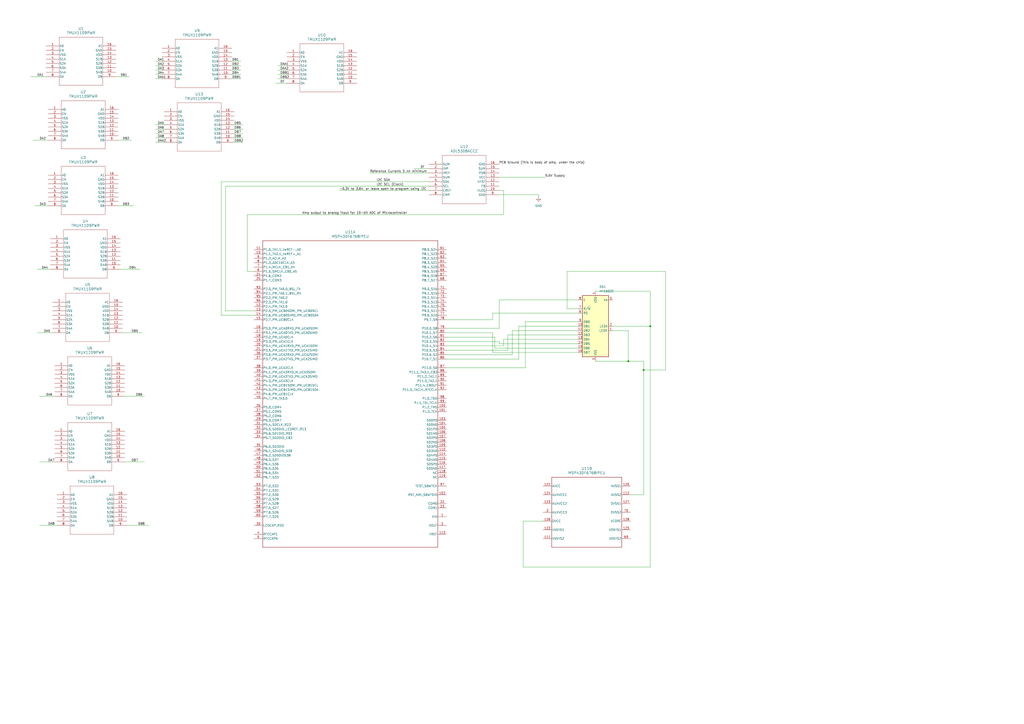
<source format=kicad_sch>
(kicad_sch (version 20230121) (generator eeschema)
  (paper "A2")
  (lib_symbols
    (symbol "2024-01-29_18-17-03:MSP430F6768IPEU" (pin_names (offset 0.254))
      (property "Reference" "U" (at 0 2.54 0))
      (property "Value" "MSP430F6768IPEU" (at 0 0 0))
      (symbol "MSP430F6768IPEU_1_1"
        (polyline (pts (xy -50.8 -88.9) (xy 50.8 -88.9)) (stroke (width 0.2032)))
        (polyline (pts (xy -50.8 88.9) (xy -50.8 -88.9)) (stroke (width 0.2032)))
        (polyline (pts (xy 50.8 -88.9) (xy 50.8 88.9)) (stroke (width 0.2032)))
        (polyline (pts (xy 50.8 88.9) (xy -50.8 88.9)) (stroke (width 0.2032)))
        (pin unspecified line (at 55.88 -71.12 180) (length 5.08) (name "XIN") (number "1"))
        (pin bidirectional line (at -55.88 81.28 0) (length 5.08) (name "P1.1_TA2.1_VeREF+_A1") (number "10"))
        (pin bidirectional line (at 55.88 -7.62 180) (length 5.08) (name "PJ.2_TMS") (number "100"))
        (pin bidirectional line (at 55.88 -10.16 180) (length 5.08) (name "PJ.3_TCK") (number "101"))
        (pin bidirectional line (at 55.88 -58.42 180) (length 5.08) (name "RST_NMI_SBWTDIO") (number "102"))
        (pin input line (at 55.88 -15.24 180) (length 5.08) (name "SD0P0") (number "103"))
        (pin input line (at 55.88 -17.78 180) (length 5.08) (name "SD0N0") (number "104"))
        (pin input line (at 55.88 -20.32 180) (length 5.08) (name "SD1P0") (number "105"))
        (pin input line (at 55.88 -22.86 180) (length 5.08) (name "SD1N0") (number "106"))
        (pin input line (at 55.88 -25.4 180) (length 5.08) (name "SD2P0") (number "107"))
        (pin input line (at 55.88 -27.94 180) (length 5.08) (name "SD2N0") (number "108"))
        (pin input line (at 55.88 -30.48 180) (length 5.08) (name "SD3P0") (number "109"))
        (pin bidirectional line (at -55.88 83.82 0) (length 5.08) (name "P1.0_TA1.1_VeREF-_A0") (number "11"))
        (pin input line (at 55.88 -33.02 180) (length 5.08) (name "SD3N0") (number "110"))
        (pin input line (at 55.88 -81.28 180) (length 5.08) (name "VREF") (number "113"))
        (pin input line (at 55.88 -35.56 180) (length 5.08) (name "SD4P0") (number "114"))
        (pin input line (at 55.88 -38.1 180) (length 5.08) (name "SD4N0") (number "115"))
        (pin input line (at 55.88 -40.64 180) (length 5.08) (name "SD5P0") (number "116"))
        (pin input line (at 55.88 -43.18 180) (length 5.08) (name "SD5N0") (number "117"))
        (pin unspecified line (at 55.88 -45.72 180) (length 5.08) (name "NC") (number "118"))
        (pin unspecified line (at 55.88 -48.26 180) (length 5.08) (name "NC") (number "119"))
        (pin bidirectional line (at -55.88 50.8 0) (length 5.08) (name "P2.4_PM_TA2.0") (number "12"))
        (pin bidirectional line (at -55.88 48.26 0) (length 5.08) (name "P2.5_PM_UCB0SOMI_PM_UCB0SCL") (number "13"))
        (pin bidirectional line (at -55.88 45.72 0) (length 5.08) (name "P2.6_PM_UCB0SIMO_PM_UCB0SDA") (number "14"))
        (pin bidirectional line (at -55.88 43.18 0) (length 5.08) (name "P2.7_PM_UCB0CLK") (number "15"))
        (pin bidirectional line (at -55.88 38.1 0) (length 5.08) (name "P3.0_PM_UCA0RXD_PM_UCA0SOMI") (number "16"))
        (pin bidirectional line (at -55.88 35.56 0) (length 5.08) (name "P3.1_PM_UCA0TXD_PM_UCA0SIMO") (number "17"))
        (pin bidirectional line (at -55.88 33.02 0) (length 5.08) (name "P3.2_PM_UCA0CLK") (number "18"))
        (pin bidirectional line (at -55.88 30.48 0) (length 5.08) (name "P3.3_PM_UCA1CLK") (number "19"))
        (pin unspecified line (at 55.88 -76.2 180) (length 5.08) (name "XOUT") (number "2"))
        (pin bidirectional line (at -55.88 27.94 0) (length 5.08) (name "P3.4_PM_UCA1RXD_PM_UCA1SOMI") (number "20"))
        (pin bidirectional line (at -55.88 25.4 0) (length 5.08) (name "P3.5_PM_UCA1TXD_PM_UCA1SIMO") (number "21"))
        (pin output line (at 55.88 -63.5 180) (length 5.08) (name "COM0") (number "22"))
        (pin output line (at 55.88 -66.04 180) (length 5.08) (name "COM1") (number "23"))
        (pin bidirectional line (at -55.88 68.58 0) (length 5.08) (name "P1.6_COM2") (number "24"))
        (pin bidirectional line (at -55.88 66.04 0) (length 5.08) (name "P1.7_COM3") (number "25"))
        (pin bidirectional line (at -55.88 -7.62 0) (length 5.08) (name "P5.0_COM4") (number "26"))
        (pin bidirectional line (at -55.88 -10.16 0) (length 5.08) (name "P5.1_COM5") (number "27"))
        (pin bidirectional line (at -55.88 -12.7 0) (length 5.08) (name "P5.2_COM6") (number "28"))
        (pin bidirectional line (at -55.88 -15.24 0) (length 5.08) (name "P5.3_COM7") (number "29"))
        (pin bidirectional line (at -55.88 -76.2 0) (length 5.08) (name "LCDCAP_R33") (number "30"))
        (pin bidirectional line (at -55.88 -17.78 0) (length 5.08) (name "P5.4_SDCLK_R23") (number "31"))
        (pin bidirectional line (at -55.88 -20.32 0) (length 5.08) (name "P5.5_SD0DIO_LCDREF_R13") (number "32"))
        (pin bidirectional line (at -55.88 -22.86 0) (length 5.08) (name "P5.6_SD1DIO_R03") (number "33"))
        (pin bidirectional line (at -55.88 -25.4 0) (length 5.08) (name "P5.7_SD2DIO_CB2") (number "34"))
        (pin bidirectional line (at -55.88 -30.48 0) (length 5.08) (name "P6.0_SD3DIO") (number "35"))
        (pin bidirectional line (at -55.88 22.86 0) (length 5.08) (name "P3.6_PM_UCA2RXD_PM_UCA2SOMI") (number "36"))
        (pin bidirectional line (at -55.88 20.32 0) (length 5.08) (name "P3.7_PM_UCA2TXD_PM_UCA2SIMO") (number "37"))
        (pin bidirectional line (at -55.88 15.24 0) (length 5.08) (name "P4.0_PM_UCA2CLK") (number "38"))
        (pin bidirectional line (at -55.88 12.7 0) (length 5.08) (name "P4.1_PM_UCA3RXD_M_UCA3SOMI") (number "39"))
        (pin input line (at -55.88 -81.28 0) (length 5.08) (name "RTCCAP1") (number "4"))
        (pin bidirectional line (at -55.88 10.16 0) (length 5.08) (name "P4.2_PM_UCA3TXD_PM_UCA3SIMO") (number "40"))
        (pin bidirectional line (at -55.88 7.62 0) (length 5.08) (name "P4.3_PM_UCA3CLK") (number "41"))
        (pin bidirectional line (at -55.88 5.08 0) (length 5.08) (name "P4.4_PM_UCB1SOMI_PM_UCB1SCL") (number "42"))
        (pin bidirectional line (at -55.88 2.54 0) (length 5.08) (name "P4.5_PM_UCB1SIMO_PM_UCB1SDA") (number "43"))
        (pin bidirectional line (at -55.88 0 0) (length 5.08) (name "P4.6_PM_UCB1CLK") (number "44"))
        (pin bidirectional line (at -55.88 -2.54 0) (length 5.08) (name "P4.7_PM_TA3.0") (number "45"))
        (pin bidirectional line (at -55.88 -33.02 0) (length 5.08) (name "P6.1_SD4DIO_S39") (number "46"))
        (pin bidirectional line (at -55.88 -35.56 0) (length 5.08) (name "P6.2_SD5DIOS38") (number "47"))
        (pin bidirectional line (at -55.88 -38.1 0) (length 5.08) (name "P6.3_S37") (number "48"))
        (pin bidirectional line (at -55.88 -40.64 0) (length 5.08) (name "P6.4_S36") (number "49"))
        (pin input line (at -55.88 -83.82 0) (length 5.08) (name "RTCCAP0") (number "5"))
        (pin bidirectional line (at -55.88 -43.18 0) (length 5.08) (name "P6.5_S35") (number "50"))
        (pin bidirectional line (at -55.88 -45.72 0) (length 5.08) (name "P6.6_S34") (number "51"))
        (pin bidirectional line (at -55.88 -48.26 0) (length 5.08) (name "P6.7_S33") (number "52"))
        (pin bidirectional line (at -55.88 -53.34 0) (length 5.08) (name "P7.0_S32") (number "53"))
        (pin bidirectional line (at -55.88 -55.88 0) (length 5.08) (name "P7.1_S31") (number "54"))
        (pin bidirectional line (at -55.88 -58.42 0) (length 5.08) (name "P7.2_S30") (number "55"))
        (pin bidirectional line (at -55.88 -60.96 0) (length 5.08) (name "P7.3_S29") (number "56"))
        (pin bidirectional line (at -55.88 -63.5 0) (length 5.08) (name "P7.4_S28") (number "57"))
        (pin bidirectional line (at -55.88 -66.04 0) (length 5.08) (name "P7.5_S27") (number "58"))
        (pin bidirectional line (at -55.88 -68.58 0) (length 5.08) (name "P7.6_S26") (number "59"))
        (pin bidirectional line (at -55.88 71.12 0) (length 5.08) (name "P1.5_SMCLK_CB0_A5") (number "6"))
        (pin bidirectional line (at -55.88 -71.12 0) (length 5.08) (name "P7.7_S25") (number "60"))
        (pin bidirectional line (at 55.88 83.82 180) (length 5.08) (name "P8.0_S24") (number "61"))
        (pin bidirectional line (at 55.88 81.28 180) (length 5.08) (name "P8.1_S23") (number "62"))
        (pin bidirectional line (at 55.88 78.74 180) (length 5.08) (name "P8.2_S22") (number "63"))
        (pin bidirectional line (at 55.88 76.2 180) (length 5.08) (name "P8.3_S21") (number "64"))
        (pin bidirectional line (at 55.88 73.66 180) (length 5.08) (name "P8.4_S20") (number "65"))
        (pin bidirectional line (at 55.88 71.12 180) (length 5.08) (name "P8.5_S19") (number "66"))
        (pin bidirectional line (at 55.88 68.58 180) (length 5.08) (name "P8.6_S18") (number "67"))
        (pin bidirectional line (at 55.88 66.04 180) (length 5.08) (name "P8.7_S17") (number "68"))
        (pin bidirectional line (at -55.88 73.66 0) (length 5.08) (name "P1.4_MCLK_CB1_A4") (number "7"))
        (pin bidirectional line (at 55.88 60.96 180) (length 5.08) (name "P9.0_S16") (number "71"))
        (pin bidirectional line (at 55.88 58.42 180) (length 5.08) (name "P9.1_S15") (number "72"))
        (pin bidirectional line (at 55.88 55.88 180) (length 5.08) (name "P9.2_S14") (number "73"))
        (pin bidirectional line (at 55.88 53.34 180) (length 5.08) (name "P9.3_S13") (number "74"))
        (pin bidirectional line (at 55.88 50.8 180) (length 5.08) (name "P9.4_S12") (number "75"))
        (pin bidirectional line (at 55.88 48.26 180) (length 5.08) (name "P9.5_S11") (number "76"))
        (pin bidirectional line (at 55.88 45.72 180) (length 5.08) (name "P9.6_S10") (number "77"))
        (pin bidirectional line (at 55.88 43.18 180) (length 5.08) (name "P9.7_S9") (number "78"))
        (pin bidirectional line (at 55.88 38.1 180) (length 5.08) (name "P10.0_S8") (number "79"))
        (pin bidirectional line (at -55.88 76.2 0) (length 5.08) (name "P1.3_ADC10CLK_A3") (number "8"))
        (pin bidirectional line (at 55.88 35.56 180) (length 5.08) (name "P10.1_S7") (number "80"))
        (pin bidirectional line (at 55.88 33.02 180) (length 5.08) (name "P10.2_S6") (number "81"))
        (pin bidirectional line (at 55.88 30.48 180) (length 5.08) (name "P10.3_S5") (number "82"))
        (pin bidirectional line (at 55.88 27.94 180) (length 5.08) (name "P10.4_S4") (number "83"))
        (pin bidirectional line (at 55.88 25.4 180) (length 5.08) (name "P10.5_S3") (number "84"))
        (pin bidirectional line (at 55.88 22.86 180) (length 5.08) (name "P10.6_S2") (number "85"))
        (pin bidirectional line (at 55.88 20.32 180) (length 5.08) (name "P10.7_S1") (number "86"))
        (pin bidirectional line (at 55.88 15.24 180) (length 5.08) (name "P11.0_S0") (number "87"))
        (pin bidirectional line (at 55.88 12.7 180) (length 5.08) (name "P11.1_TA3.1_CB3") (number "88"))
        (pin bidirectional line (at 55.88 10.16 180) (length 5.08) (name "P11.2_TA1.1") (number "89"))
        (pin bidirectional line (at -55.88 78.74 0) (length 5.08) (name "P1.2_ACLK_A2") (number "9"))
        (pin bidirectional line (at 55.88 7.62 180) (length 5.08) (name "P11.3_TA2.1") (number "90"))
        (pin bidirectional line (at 55.88 5.08 180) (length 5.08) (name "P11.4_CBOUT") (number "91"))
        (pin bidirectional line (at 55.88 2.54 180) (length 5.08) (name "P11.5_TACLK_RTCCLK") (number "92"))
        (pin bidirectional line (at -55.88 60.96 0) (length 5.08) (name "P2.0_PM_TA0.0_BSL_TX") (number "93"))
        (pin bidirectional line (at -55.88 58.42 0) (length 5.08) (name "P2.1_PM_TA0.1_BSL_RX") (number "94"))
        (pin bidirectional line (at -55.88 55.88 0) (length 5.08) (name "P2.2_PM_TA0.2") (number "95"))
        (pin bidirectional line (at -55.88 53.34 0) (length 5.08) (name "P2.3_PM_TA1.0") (number "96"))
        (pin input line (at 55.88 -53.34 180) (length 5.08) (name "TEST_SBWTCK") (number "97"))
        (pin bidirectional line (at 55.88 -2.54 180) (length 5.08) (name "PJ.0_TDO") (number "98"))
        (pin bidirectional line (at 55.88 -5.08 180) (length 5.08) (name "PJ.1_TDI_TCLK") (number "99"))
      )
      (symbol "MSP430F6768IPEU_2_1"
        (polyline (pts (xy -20.32 -20.32) (xy 20.32 -20.32)) (stroke (width 0.2032)))
        (polyline (pts (xy -20.32 20.32) (xy -20.32 -20.32)) (stroke (width 0.2032)))
        (polyline (pts (xy 20.32 -20.32) (xy 20.32 20.32)) (stroke (width 0.2032)))
        (polyline (pts (xy 20.32 20.32) (xy -20.32 20.32)) (stroke (width 0.2032)))
        (pin power_in line (at -25.4 -15.24 0) (length 5.08) (name "VASYS2") (number "111"))
        (pin power_in line (at 25.4 10.16 180) (length 5.08) (name "AVSS2") (number "112"))
        (pin power_in line (at 25.4 15.24 180) (length 5.08) (name "AVSS1") (number "120"))
        (pin power_in line (at -25.4 15.24 0) (length 5.08) (name "AVCC") (number "121"))
        (pin power_in line (at -25.4 -10.16 0) (length 5.08) (name "VASYS1") (number "122"))
        (pin power_in line (at -25.4 5.08 0) (length 5.08) (name "AUXVCC2") (number "123"))
        (pin power_in line (at -25.4 10.16 0) (length 5.08) (name "AUXVCC1") (number "124"))
        (pin power_in line (at 25.4 -10.16 180) (length 5.08) (name "VDSYS1") (number "125"))
        (pin power_in line (at -25.4 -5.08 0) (length 5.08) (name "DVCC") (number "126"))
        (pin power_in line (at 25.4 5.08 180) (length 5.08) (name "DVSS1") (number "127"))
        (pin power_in line (at 25.4 -5.08 180) (length 5.08) (name "VCORE") (number "128"))
        (pin power_in line (at -25.4 0 0) (length 5.08) (name "AUXVCC3") (number "3"))
        (pin power_in line (at 25.4 -15.24 180) (length 5.08) (name "VDSYS2") (number "69"))
        (pin power_in line (at 25.4 0 180) (length 5.08) (name "DVSS2") (number "70"))
      )
    )
    (symbol "ADL_new:ADL5308ACCZ" (pin_names (offset 0.254))
      (property "Reference" "U" (at 20.32 10.16 0))
      (property "Value" "ADL5308ACCZ" (at 20.32 7.62 0))
      (symbol "ADL5308ACCZ_0_1"
        (polyline (pts (xy 7.62 -22.86) (xy 33.02 -22.86)) (stroke (width 0.127)))
        (polyline (pts (xy 7.62 5.08) (xy 7.62 -22.86)) (stroke (width 0.127)))
        (polyline (pts (xy 33.02 -22.86) (xy 33.02 5.08)) (stroke (width 0.127)))
        (polyline (pts (xy 33.02 5.08) (xy 7.62 5.08)) (stroke (width 0.127)))
        (pin unspecified line (at 0 0 0) (length 7.62) (name "SUM") (number "1"))
        (pin output line (at 40.64 -15.24 180) (length 7.62) (name "VLOG") (number "10"))
        (pin input line (at 40.64 -12.7 180) (length 7.62) (name "FB") (number "11"))
        (pin unspecified line (at 40.64 -10.16 180) (length 7.62) (name "HYST") (number "12"))
        (pin power_in line (at 40.64 -7.62 180) (length 7.62) (name "VCC") (number "13"))
        (pin power_in line (at 40.64 -5.08 180) (length 7.62) (name "PDB") (number "14"))
        (pin unspecified line (at 40.64 -2.54 180) (length 7.62) (name "SUM") (number "15"))
        (pin power_out line (at 40.64 0 180) (length 7.62) (name "GND") (number "16"))
        (pin input line (at 0 -2.54 0) (length 7.62) (name "INP") (number "2"))
        (pin input line (at 0 -5.08 0) (length 7.62) (name "IREF") (number "3"))
        (pin unspecified line (at 0 -7.62 0) (length 7.62) (name "SUM") (number "4"))
        (pin bidirectional line (at 0 -10.16 0) (length 7.62) (name "SDA") (number "5"))
        (pin input line (at 0 -12.7 0) (length 7.62) (name "SCL") (number "6"))
        (pin power_in line (at 0 -15.24 0) (length 7.62) (name "CREF") (number "7"))
        (pin power_in line (at 0 -17.78 0) (length 7.62) (name "CMP") (number "8"))
        (pin power_out line (at 40.64 -17.78 180) (length 7.62) (name "GND") (number "9"))
      )
    )
    (symbol "Display_Character:HY1602E"
      (property "Reference" "DS" (at -6.096 19.05 0))
      (property "Value" "HY1602E" (at 5.08 19.05 0))
      (symbol "HY1602E_0_1"
        (rectangle (start -7.62 17.78) (end 7.62 -17.78) (stroke (width 0.254)) (fill (type background)))
      )
      (symbol "HY1602E_1_1"
        (pin passive line (at 10.16 -2.54 180) (length 2.54) (name "LEDK") (number "1"))
        (pin bidirectional line (at -10.16 0 0) (length 2.54) (name "DB1") (number "10"))
        (pin bidirectional line (at -10.16 -2.54 0) (length 2.54) (name "DB2") (number "11"))
        (pin bidirectional line (at -10.16 -5.08 0) (length 2.54) (name "DB3") (number "12"))
        (pin bidirectional line (at -10.16 -7.62 0) (length 2.54) (name "DB4") (number "13"))
        (pin bidirectional line (at -10.16 -10.16 0) (length 2.54) (name "DB5") (number "14"))
        (pin bidirectional line (at -10.16 -12.7 0) (length 2.54) (name "DB6") (number "15"))
        (pin bidirectional line (at -10.16 -15.24 0) (length 2.54) (name "DB7") (number "16"))
        (pin passive line (at 10.16 0 180) (length 2.54) (name "LEDA") (number "2"))
        (pin power_in line (at 0 -20.32 90) (length 2.54) (name "VSS") (number "3"))
        (pin power_in line (at 0 20.32 270) (length 2.54) (name "VDD") (number "4"))
        (pin input line (at 10.16 15.24 180) (length 2.54) (name "Vo") (number "5"))
        (pin input line (at -10.16 7.62 0) (length 2.54) (name "RS") (number "6"))
        (pin input line (at -10.16 10.16 0) (length 2.54) (name "R/~{W}") (number "7"))
        (pin input line (at -10.16 15.24 0) (length 2.54) (name "E") (number "8"))
        (pin bidirectional line (at -10.16 2.54 0) (length 2.54) (name "DB0") (number "9"))
      )
    )
    (symbol "TMUX1109:TMUX1109PWR" (pin_names (offset 0.254))
      (property "Reference" "U" (at 20.32 10.16 0))
      (property "Value" "TMUX1109PWR" (at 20.32 7.62 0))
      (symbol "TMUX1109PWR_0_1"
        (polyline (pts (xy 7.62 -22.86) (xy 33.02 -22.86)) (stroke (width 0.127)))
        (polyline (pts (xy 7.62 5.08) (xy 7.62 -22.86)) (stroke (width 0.127)))
        (polyline (pts (xy 33.02 -22.86) (xy 33.02 5.08)) (stroke (width 0.127)))
        (polyline (pts (xy 33.02 5.08) (xy 7.62 5.08)) (stroke (width 0.127)))
        (pin bidirectional line (at 0 0 0) (length 7.62) (name "A0") (number "1"))
        (pin bidirectional line (at 40.64 -15.24 180) (length 7.62) (name "S4B") (number "10"))
        (pin bidirectional line (at 40.64 -12.7 180) (length 7.62) (name "S3B") (number "11"))
        (pin bidirectional line (at 40.64 -10.16 180) (length 7.62) (name "S2B") (number "12"))
        (pin bidirectional line (at 40.64 -7.62 180) (length 7.62) (name "S1B") (number "13"))
        (pin power_in line (at 40.64 -5.08 180) (length 7.62) (name "VDD") (number "14"))
        (pin power_out line (at 40.64 -2.54 180) (length 7.62) (name "GND") (number "15"))
        (pin bidirectional line (at 40.64 0 180) (length 7.62) (name "A1") (number "16"))
        (pin unspecified line (at 0 -2.54 0) (length 7.62) (name "EN") (number "2"))
        (pin power_out line (at 0 -5.08 0) (length 7.62) (name "VSS") (number "3"))
        (pin bidirectional line (at 0 -7.62 0) (length 7.62) (name "S1A") (number "4"))
        (pin bidirectional line (at 0 -10.16 0) (length 7.62) (name "S2A") (number "5"))
        (pin bidirectional line (at 0 -12.7 0) (length 7.62) (name "S3A") (number "6"))
        (pin bidirectional line (at 0 -15.24 0) (length 7.62) (name "S4A") (number "7"))
        (pin unspecified line (at 0 -17.78 0) (length 7.62) (name "DA") (number "8"))
        (pin unspecified line (at 40.64 -17.78 180) (length 7.62) (name "DB") (number "9"))
      )
    )
    (symbol "power:GND" (power) (pin_names (offset 0))
      (property "Value" "GND" (at 0 -3.81 0))
      (symbol "GND_0_1"
        (polyline (pts (xy 0 0) (xy 0 -1.27) (xy 1.27 -1.27) (xy 0 -2.54) (xy -1.27 -1.27) (xy 0 -1.27)))
      )
      (symbol "GND_1_1"
        (pin power_in line (at 0 0 270) (length 0) hide (name "GND") (number "1"))
      )
    )
  )
  (junction (at 377.19 189.23))
  (junction (at 364.49 209.55))
  (junction (at 373.38 214.63))
  (wire (pts (xy 161.29 38.1) (xy 166.37 38.1)))
  (wire (pts (xy 67.31 44.45) (xy 74.93 44.45)))
  (wire (pts (xy 130.81 180.34) (xy 130.81 107.95)))
  (wire (pts (xy 285.75 204.47) (xy 335.28 204.47)))
  (wire (pts (xy 21.59 193.04) (xy 30.48 193.04)))
  (wire (pts (xy 90.17 45.72) (xy 93.98 45.72)))
  (wire (pts (xy 135.89 82.55) (xy 140.97 82.55)))
  (wire (pts (xy 143.51 124.46) (xy 143.51 157.48)))
  (wire (pts (xy 303.53 302.26) (xy 314.96 302.26)))
  (wire (pts (xy 304.8 213.36) (xy 304.8 186.69)))
  (wire (pts (xy 303.53 328.93) (xy 303.53 302.26)))
  (wire (pts (xy 373.38 209.55) (xy 373.38 214.63)))
  (wire (pts (xy 285.75 181.61) (xy 335.28 181.61)))
  (wire (pts (xy 373.38 214.63) (xy 373.38 287.02)))
  (wire (pts (xy 259.08 195.58) (xy 287.02 195.58)))
  (wire (pts (xy 259.08 190.5) (xy 289.56 190.5)))
  (wire (pts (xy 22.86 304.8) (xy 33.02 304.8)))
  (wire (pts (xy 364.49 191.77) (xy 364.49 209.55)))
  (wire (pts (xy 259.08 185.42) (xy 285.75 185.42)))
  (wire (pts (xy 259.08 205.74) (xy 297.18 205.74)))
  (wire (pts (xy 259.08 203.2) (xy 294.64 203.2)))
  (wire (pts (xy 377.19 328.93) (xy 303.53 328.93)))
  (wire (pts (xy 328.93 179.07) (xy 328.93 157.48)))
  (wire (pts (xy 377.19 189.23) (xy 377.19 328.93)))
  (wire (pts (xy 285.75 193.04) (xy 285.75 204.47)))
  (wire (pts (xy 17.78 44.45) (xy 26.67 44.45)))
  (wire (pts (xy 161.29 43.18) (xy 166.37 43.18)))
  (wire (pts (xy 72.39 267.97) (xy 83.82 267.97)))
  (wire (pts (xy 130.81 107.95) (xy 248.92 107.95)))
  (wire (pts (xy 161.29 45.72) (xy 166.37 45.72)))
  (wire (pts (xy 90.17 35.56) (xy 93.98 35.56)))
  (wire (pts (xy 292.1 200.66) (xy 292.1 196.85)))
  (wire (pts (xy 364.49 209.55) (xy 373.38 209.55)))
  (wire (pts (xy 22.86 267.97) (xy 31.75 267.97)))
  (wire (pts (xy 134.62 43.18) (xy 139.7 43.18)))
  (wire (pts (xy 335.28 179.07) (xy 328.93 179.07)))
  (wire (pts (xy 160.02 48.26) (xy 166.37 48.26)))
  (wire (pts (xy 355.6 191.77) (xy 364.49 191.77)))
  (wire (pts (xy 285.75 185.42) (xy 285.75 181.61)))
  (wire (pts (xy 292.1 110.49) (xy 292.1 124.46)))
  (wire (pts (xy 289.56 199.39) (xy 335.28 199.39)))
  (wire (pts (xy 21.59 156.21) (xy 29.21 156.21)))
  (wire (pts (xy 259.08 193.04) (xy 285.75 193.04)))
  (wire (pts (xy 289.56 190.5) (xy 289.56 173.99)))
  (wire (pts (xy 386.08 214.63) (xy 373.38 214.63)))
  (wire (pts (xy 135.89 74.93) (xy 140.97 74.93)))
  (wire (pts (xy 73.66 304.8) (xy 86.36 304.8)))
  (wire (pts (xy 196.85 110.49) (xy 248.92 110.49)))
  (wire (pts (xy 214.63 100.33) (xy 248.92 100.33)))
  (wire (pts (xy 289.56 198.12) (xy 289.56 199.39)))
  (wire (pts (xy 304.8 186.69) (xy 335.28 186.69)))
  (wire (pts (xy 128.27 182.88) (xy 128.27 105.41)))
  (wire (pts (xy 20.32 119.38) (xy 27.94 119.38)))
  (wire (pts (xy 161.29 40.64) (xy 166.37 40.64)))
  (wire (pts (xy 294.64 194.31) (xy 335.28 194.31)))
  (wire (pts (xy 134.62 45.72) (xy 139.7 45.72)))
  (wire (pts (xy 90.17 82.55) (xy 95.25 82.55)))
  (wire (pts (xy 312.42 113.03) (xy 289.56 113.03)))
  (wire (pts (xy 287.02 201.93) (xy 335.28 201.93)))
  (wire (pts (xy 19.05 81.28) (xy 27.94 81.28)))
  (wire (pts (xy 312.42 113.03) (xy 312.42 114.3)))
  (wire (pts (xy 90.17 38.1) (xy 93.98 38.1)))
  (wire (pts (xy 135.89 72.39) (xy 140.97 72.39)))
  (wire (pts (xy 259.08 198.12) (xy 289.56 198.12)))
  (wire (pts (xy 22.86 229.87) (xy 31.75 229.87)))
  (wire (pts (xy 90.17 72.39) (xy 95.25 72.39)))
  (wire (pts (xy 143.51 157.48) (xy 147.32 157.48)))
  (wire (pts (xy 297.18 191.77) (xy 335.28 191.77)))
  (wire (pts (xy 90.17 77.47) (xy 95.25 77.47)))
  (wire (pts (xy 128.27 105.41) (xy 248.92 105.41)))
  (wire (pts (xy 128.27 182.88) (xy 147.32 182.88)))
  (wire (pts (xy 135.89 77.47) (xy 140.97 77.47)))
  (wire (pts (xy 259.08 208.28) (xy 300.99 208.28)))
  (wire (pts (xy 300.99 208.28) (xy 300.99 189.23)))
  (wire (pts (xy 240.03 97.79) (xy 248.92 97.79)))
  (wire (pts (xy 294.64 203.2) (xy 294.64 194.31)))
  (wire (pts (xy 292.1 124.46) (xy 143.51 124.46)))
  (wire (pts (xy 90.17 80.01) (xy 95.25 80.01)))
  (wire (pts (xy 68.58 119.38) (xy 77.47 119.38)))
  (wire (pts (xy 134.62 35.56) (xy 139.7 35.56)))
  (wire (pts (xy 386.08 157.48) (xy 386.08 214.63)))
  (wire (pts (xy 328.93 157.48) (xy 386.08 157.48)))
  (wire (pts (xy 68.58 81.28) (xy 76.2 81.28)))
  (wire (pts (xy 90.17 74.93) (xy 95.25 74.93)))
  (wire (pts (xy 345.44 209.55) (xy 364.49 209.55)))
  (wire (pts (xy 289.56 173.99) (xy 335.28 173.99)))
  (wire (pts (xy 289.56 102.87) (xy 316.23 102.87)))
  (wire (pts (xy 300.99 189.23) (xy 335.28 189.23)))
  (wire (pts (xy 72.39 229.87) (xy 83.82 229.87)))
  (wire (pts (xy 292.1 196.85) (xy 335.28 196.85)))
  (wire (pts (xy 130.81 180.34) (xy 147.32 180.34)))
  (wire (pts (xy 135.89 80.01) (xy 140.97 80.01)))
  (wire (pts (xy 71.12 193.04) (xy 82.55 193.04)))
  (wire (pts (xy 90.17 40.64) (xy 93.98 40.64)))
  (wire (pts (xy 134.62 38.1) (xy 139.7 38.1)))
  (wire (pts (xy 373.38 287.02) (xy 365.76 287.02)))
  (wire (pts (xy 297.18 205.74) (xy 297.18 191.77)))
  (wire (pts (xy 90.17 43.18) (xy 93.98 43.18)))
  (wire (pts (xy 134.62 40.64) (xy 139.7 40.64)))
  (wire (pts (xy 287.02 195.58) (xy 287.02 201.93)))
  (wire (pts (xy 355.6 189.23) (xy 377.19 189.23)))
  (wire (pts (xy 259.08 200.66) (xy 292.1 200.66)))
  (wire (pts (xy 259.08 213.36) (xy 304.8 213.36)))
  (wire (pts (xy 377.19 168.91) (xy 377.19 189.23)))
  (wire (pts (xy 69.85 156.21) (xy 81.28 156.21)))
  (wire (pts (xy 345.44 168.91) (xy 377.19 168.91)))
  (wire (pts (xy 289.56 110.49) (xy 292.1 110.49)))
  (label "l2C SDA " (at 218.44 105.41 0))
  (label "DA3" (at 91.44 40.64 0))
  (label "DA6" (at 91.44 74.93 0))
  (label "DA7" (at 91.44 77.47 0))
  (label "-0.3V to 3.6V, or leave open to program using I2C" (at 196.85 110.49 0))
  (label "DB1" (at 69.85 44.45 0))
  (label "DB6" (at 78.74 229.87 0))
  (label "DA1" (at 21.59 44.45 0))
  (label "DB5" (at 76.2 193.04 0))
  (label "DB7" (at 135.89 77.47 0))
  (label "DA2" (at 22.86 81.28 0))
  (label "DBB2" (at 135.89 82.55 0))
  (label "DB2" (at 71.12 81.28 0))
  (label "DF" (at 162.56 48.26 0))
  (label "DA5" (at 25.4 193.04 0))
  (label "DAA1" (at 91.44 45.72 0))
  (label "DB3" (at 134.62 40.64 0))
  (label "DBB1" (at 162.56 43.18 0))
  (label "DB8" (at 135.89 80.01 0))
  (label "DA5" (at 91.44 72.39 0))
  (label "DBB1" (at 134.62 45.72 0))
  (label "DF" (at 243.84 97.79 0))
  (label "DA6" (at 26.67 229.87 0))
  (label "DA2" (at 91.44 38.1 0))
  (label "DB3" (at 71.12 119.38 0))
  (label "DB4" (at 74.93 156.21 0))
  (label "l2C SCL (Clock)" (at 218.44 107.95 0))
  (label "DB2" (at 134.62 38.1 0))
  (label "DAA2" (at 91.44 82.55 0))
  (label "DA8" (at 91.44 80.01 0))
  (label "DB8" (at 80.01 304.8 0))
  (label "DA1" (at 91.44 35.56 0))
  (label "DAA1" (at 162.56 38.1 0))
  (label "DA3" (at 22.86 119.38 0))
  (label "PCB Ground (This is body of amp, under the chip)" (at 289.56 95.25 0))
  (label "DAA2" (at 162.56 40.64 0))
  (label "DA4" (at 24.13 156.21 0))
  (label "DA8" (at 27.94 304.8 0))
  (label "DBB2" (at 162.56 45.72 0))
  (label "DA4" (at 91.44 43.18 0))
  (label "5.5V Supply" (at 316.23 102.87 0))
  (label "DB7" (at 76.2 267.97 0))
  (label "DB1" (at 134.62 35.56 0))
  (label "Amp output to analog input for 10-bit ADC of Microcontroller" (at 175.26 124.46 0))
  (label "DA7" (at 27.94 267.97 0))
  (label "DB4" (at 134.62 43.18 0))
  (label "DB6" (at 135.89 74.93 0))
  (label "DB5" (at 135.89 72.39 0))
  (label "Reference Current: 5 nA minimum" (at 214.63 100.33 0))
  (symbol (lib_id "TMUX1109:TMUX1109PWR") (at 26.67 26.67 0) (unit 1)
    (property "Reference" "U1" (at 46.99 16.51 0) (effects (font (size 1.524 1.524))))
    (property "Value" "TMUX1109PWR" (at 46.99 19.05 0) (effects (font (size 1.524 1.524))))
    (property "Footprint" "PW_16_TEX" (effects hide))
    (property "Datasheet" "TMUX1109PWR" (effects hide))
  )
  (symbol (lib_id "TMUX1109:TMUX1109PWR") (at 93.98 27.94 0) (unit 1)
    (property "Reference" "U9" (at 114.3 17.78 0) (effects (font (size 1.524 1.524))))
    (property "Value" "TMUX1109PWR" (at 114.3 20.32 0) (effects (font (size 1.524 1.524))))
    (property "Footprint" "PW_16_TEX" (effects hide))
    (property "Datasheet" "TMUX1109PWR" (effects hide))
  )
  (symbol (lib_id "power:GND") (at 312.42 114.3 0) (unit 1)
    (property "Reference" "#PWR01" (effects hide))
    (property "Value" "GND" (at 312.42 119.38 0))
  )
  (symbol (lib_id "TMUX1109:TMUX1109PWR") (at 31.75 212.09 0) (unit 1)
    (property "Reference" "U6" (at 52.07 201.93 0) (effects (font (size 1.524 1.524))))
    (property "Value" "TMUX1109PWR" (at 52.07 204.47 0) (effects (font (size 1.524 1.524))))
    (property "Footprint" "PW_16_TEX" (effects hide))
    (property "Datasheet" "TMUX1109PWR" (effects hide))
  )
  (symbol (lib_id "2024-01-29_18-17-03:MSP430F6768IPEU") (at 203.2 228.6 0) (unit 1)
    (property "Reference" "U11" (at 203.2 134.62 0) (effects (font (size 1.524 1.524))))
    (property "Value" "MSP430F6768IPEU" (at 203.2 137.16 0) (effects (font (size 1.524 1.524))))
    (property "Footprint" "PEU0128A_N" (effects hide))
    (property "Datasheet" "MSP430F6768IPEU" (effects hide))
  )
  (symbol (lib_id "TMUX1109:TMUX1109PWR") (at 95.25 64.77 0) (unit 1)
    (property "Reference" "U13" (at 115.57 54.61 0) (effects (font (size 1.524 1.524))))
    (property "Value" "TMUX1109PWR" (at 115.57 57.15 0) (effects (font (size 1.524 1.524))))
    (property "Footprint" "PW_16_TEX" (effects hide))
    (property "Datasheet" "TMUX1109PWR" (effects hide))
  )
  (symbol (lib_id "2024-01-29_18-17-03:MSP430F6768IPEU") (at 340.36 297.18 0) (unit 2)
    (property "Reference" "U11" (at 340.36 271.78 0) (effects (font (size 1.524 1.524))))
    (property "Value" "MSP430F6768IPEU" (at 340.36 274.32 0) (effects (font (size 1.524 1.524))))
    (property "Footprint" "PEU0128A_N" (effects hide))
    (property "Datasheet" "MSP430F6768IPEU" (effects hide))
  )
  (symbol (lib_id "TMUX1109:TMUX1109PWR") (at 30.48 175.26 0) (unit 1)
    (property "Reference" "U5" (at 50.8 165.1 0) (effects (font (size 1.524 1.524))))
    (property "Value" "TMUX1109PWR" (at 50.8 167.64 0) (effects (font (size 1.524 1.524))))
    (property "Footprint" "PW_16_TEX" (effects hide))
    (property "Datasheet" "TMUX1109PWR" (effects hide))
  )
  (symbol (lib_id "TMUX1109:TMUX1109PWR") (at 33.02 287.02 0) (unit 1)
    (property "Reference" "U8" (at 53.34 276.86 0) (effects (font (size 1.524 1.524))))
    (property "Value" "TMUX1109PWR" (at 53.34 279.4 0) (effects (font (size 1.524 1.524))))
    (property "Footprint" "PW_16_TEX" (effects hide))
    (property "Datasheet" "TMUX1109PWR" (effects hide))
  )
  (symbol (lib_id "TMUX1109:TMUX1109PWR") (at 27.94 63.5 0) (unit 1)
    (property "Reference" "U2" (at 48.26 53.34 0) (effects (font (size 1.524 1.524))))
    (property "Value" "TMUX1109PWR" (at 48.26 55.88 0) (effects (font (size 1.524 1.524))))
    (property "Footprint" "PW_16_TEX" (effects hide))
    (property "Datasheet" "TMUX1109PWR" (effects hide))
  )
  (symbol (lib_id "TMUX1109:TMUX1109PWR") (at 31.75 250.19 0) (unit 1)
    (property "Reference" "U7" (at 52.07 240.03 0) (effects (font (size 1.524 1.524))))
    (property "Value" "TMUX1109PWR" (at 52.07 242.57 0) (effects (font (size 1.524 1.524))))
    (property "Footprint" "PW_16_TEX" (effects hide))
    (property "Datasheet" "TMUX1109PWR" (effects hide))
  )
  (symbol (lib_id "TMUX1109:TMUX1109PWR") (at 166.37 30.48 0) (unit 1)
    (property "Reference" "U10" (at 186.69 20.32 0) (effects (font (size 1.524 1.524))))
    (property "Value" "TMUX1109PWR" (at 186.69 22.86 0) (effects (font (size 1.524 1.524))))
    (property "Footprint" "PW_16_TEX" (effects hide))
    (property "Datasheet" "TMUX1109PWR" (effects hide))
  )
  (symbol (lib_id "TMUX1109:TMUX1109PWR") (at 29.21 138.43 0) (unit 1)
    (property "Reference" "U4" (at 49.53 128.27 0) (effects (font (size 1.524 1.524))))
    (property "Value" "TMUX1109PWR" (at 49.53 130.81 0) (effects (font (size 1.524 1.524))))
    (property "Footprint" "PW_16_TEX" (effects hide))
    (property "Datasheet" "TMUX1109PWR" (effects hide))
  )
  (symbol (lib_id "ADL_new:ADL5308ACCZ") (at 248.92 95.25 0) (unit 1)
    (property "Reference" "U12" (at 269.24 85.09 0) (effects (font (size 1.524 1.524))))
    (property "Value" "ADL5308ACCZ" (at 269.24 87.63 0) (effects (font (size 1.524 1.524))))
    (property "Footprint" "CC-14-4_ADI" (effects hide))
    (property "Datasheet" "ADL5308ACCZ" (effects hide))
  )
  (symbol (lib_id "Display_Character:HY1602E") (at 345.44 189.23 0) (unit 1)
    (property "Reference" "DS1" (at 347.6341 166.37 0) (effects (justify left)))
    (property "Value" "HY1602E" (at 347.6341 168.91 0) (effects (justify left)))
    (property "Footprint" "Display:HY1602E" (effects hide))
    (property "Datasheet" "http://www.icbank.com/data/ICBShop/board/HY1602E.pdf" (effects hide))
  )
  (symbol (lib_id "TMUX1109:TMUX1109PWR") (at 27.94 101.6 0) (unit 1)
    (property "Reference" "U3" (at 48.26 91.44 0) (effects (font (size 1.524 1.524))))
    (property "Value" "TMUX1109PWR" (at 48.26 93.98 0) (effects (font (size 1.524 1.524))))
    (property "Footprint" "PW_16_TEX" (effects hide))
    (property "Datasheet" "TMUX1109PWR" (effects hide))
  )
)
</source>
